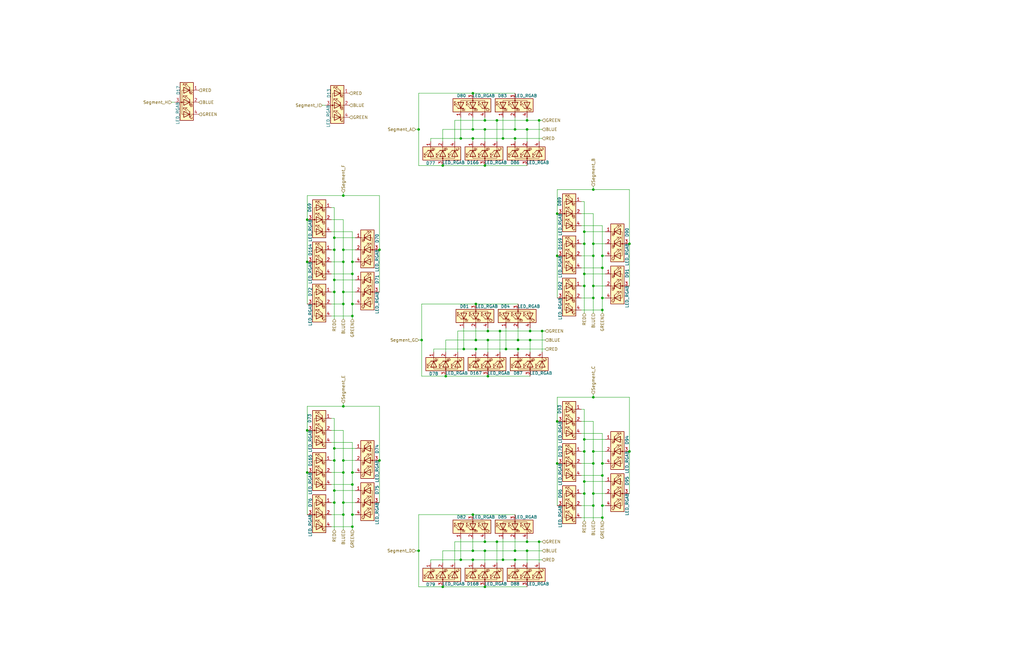
<source format=kicad_sch>
(kicad_sch (version 20250114) (generator "eeschema") (generator_version "9.0")
  (paper "B")
  (junction (at 209.55 50.8))
  (junction (at 217.17 58.42))
  (junction (at 186.69 69.85))
  (junction (at 218.44 143.51))
  (junction (at 199.39 217.17))
  (junction (at 129.54 110.49))
  (junction (at 254 218.44))
  (junction (at 140.97 123.19))
  (junction (at 148.59 115.57))
  (junction (at 140.97 212.09))
  (junction (at 227.33 228.6))
  (junction (at 223.52 143.51))
  (junction (at 246.38 190.5))
  (junction (at 200.66 143.51))
  (junction (at 148.59 204.47))
  (junction (at 195.58 147.32))
  (junction (at 187.96 158.75))
  (junction (at 144.78 123.19))
  (junction (at 176.53 54.61))
  (junction (at 254 113.03))
  (junction (at 186.69 247.65))
  (junction (at 205.74 139.7))
  (junction (at 213.36 147.32))
  (junction (at 234.95 107.95))
  (junction (at 250.19 125.73))
  (junction (at 246.38 185.42))
  (junction (at 140.97 118.11))
  (junction (at 148.59 217.17))
  (junction (at 212.09 58.42))
  (junction (at 140.97 105.41))
  (junction (at 209.55 228.6))
  (junction (at 160.02 194.31))
  (junction (at 199.39 54.61))
  (junction (at 200.66 147.32))
  (junction (at 217.17 232.41))
  (junction (at 200.66 128.27))
  (junction (at 217.17 236.22))
  (junction (at 250.19 167.64))
  (junction (at 194.31 58.42))
  (junction (at 265.43 190.5))
  (junction (at 250.19 107.95))
  (junction (at 144.78 212.09))
  (junction (at 140.97 100.33))
  (junction (at 204.47 69.85))
  (junction (at 222.25 232.41))
  (junction (at 254 130.81))
  (junction (at 246.38 120.65))
  (junction (at 199.39 232.41))
  (junction (at 204.47 228.6))
  (junction (at 250.19 208.28))
  (junction (at 129.54 181.61))
  (junction (at 212.09 236.22))
  (junction (at 265.43 102.87))
  (junction (at 140.97 189.23))
  (junction (at 176.53 232.41))
  (junction (at 218.44 147.32))
  (junction (at 148.59 133.35))
  (junction (at 246.38 102.87))
  (junction (at 144.78 105.41))
  (junction (at 199.39 236.22))
  (junction (at 246.38 115.57))
  (junction (at 222.25 54.61))
  (junction (at 246.38 97.79))
  (junction (at 140.97 207.01))
  (junction (at 246.38 203.2))
  (junction (at 148.59 128.27))
  (junction (at 199.39 39.37))
  (junction (at 234.95 90.17))
  (junction (at 227.33 50.8))
  (junction (at 250.19 213.36))
  (junction (at 250.19 80.01))
  (junction (at 246.38 208.28))
  (junction (at 250.19 120.65))
  (junction (at 223.52 139.7))
  (junction (at 254 125.73))
  (junction (at 210.82 139.7))
  (junction (at 129.54 199.39))
  (junction (at 144.78 194.31))
  (junction (at 254 213.36))
  (junction (at 234.95 177.8))
  (junction (at 144.78 217.17))
  (junction (at 254 200.66))
  (junction (at 234.95 195.58))
  (junction (at 222.25 50.8))
  (junction (at 204.47 232.41))
  (junction (at 199.39 58.42))
  (junction (at 144.78 199.39))
  (junction (at 144.78 171.45))
  (junction (at 204.47 247.65))
  (junction (at 148.59 199.39))
  (junction (at 205.74 158.75))
  (junction (at 254 195.58))
  (junction (at 204.47 50.8))
  (junction (at 250.19 190.5))
  (junction (at 148.59 110.49))
  (junction (at 205.74 143.51))
  (junction (at 144.78 128.27))
  (junction (at 254 107.95))
  (junction (at 228.6 139.7))
  (junction (at 217.17 54.61))
  (junction (at 250.19 102.87))
  (junction (at 160.02 105.41))
  (junction (at 140.97 194.31))
  (junction (at 204.47 54.61))
  (junction (at 194.31 236.22))
  (junction (at 250.19 195.58))
  (junction (at 144.78 82.55))
  (junction (at 222.25 228.6))
  (junction (at 129.54 92.71))
  (junction (at 177.8 143.51))
  (junction (at 148.59 222.25))
  (junction (at 144.78 110.49))
  (wire (pts (xy 255.27 125.73) (xy 254 125.73)))
  (wire (pts (xy 144.78 212.09) (xy 144.78 217.17)))
  (wire (pts (xy 200.66 148.59) (xy 200.66 147.32)))
  (wire (pts (xy 217.17 58.42) (xy 228.6 58.42)))
  (wire (pts (xy 246.38 203.2) (xy 246.38 208.28)))
  (wire (pts (xy 250.19 80.01) (xy 265.43 80.01)))
  (wire (pts (xy 234.95 167.64) (xy 250.19 167.64)))
  (wire (pts (xy 129.54 171.45) (xy 144.78 171.45)))
  (wire (pts (xy 177.8 158.75) (xy 177.8 143.51)))
  (wire (pts (xy 223.52 143.51) (xy 229.87 143.51)))
  (wire (pts (xy 212.09 236.22) (xy 217.17 236.22)))
  (wire (pts (xy 209.55 228.6) (xy 222.25 228.6)))
  (wire (pts (xy 144.78 181.61) (xy 144.78 194.31)))
  (wire (pts (xy 139.7 110.49) (xy 144.78 110.49)))
  (wire (pts (xy 205.74 148.59) (xy 205.74 143.51)))
  (wire (pts (xy 222.25 232.41) (xy 228.6 232.41)))
  (wire (pts (xy 245.11 107.95) (xy 250.19 107.95)))
  (wire (pts (xy 144.78 123.19) (xy 144.78 128.27)))
  (wire (pts (xy 186.69 59.69) (xy 186.69 54.61)))
  (wire (pts (xy 246.38 185.42) (xy 246.38 190.5)))
  (wire (pts (xy 187.96 143.51) (xy 200.66 143.51)))
  (wire (pts (xy 265.43 190.5) (xy 265.43 208.28)))
  (wire (pts (xy 199.39 217.17) (xy 217.17 217.17)))
  (wire (pts (xy 144.78 105.41) (xy 144.78 110.49)))
  (wire (pts (xy 245.11 208.28) (xy 246.38 208.28)))
  (wire (pts (xy 140.97 207.01) (xy 140.97 212.09)))
  (wire (pts (xy 212.09 58.42) (xy 217.17 58.42)))
  (wire (pts (xy 176.53 39.37) (xy 199.39 39.37)))
  (wire (pts (xy 254 130.81) (xy 254 132.08)))
  (wire (pts (xy 160.02 171.45) (xy 160.02 194.31)))
  (wire (pts (xy 250.19 78.74) (xy 250.19 80.01)))
  (wire (pts (xy 140.97 176.53) (xy 140.97 189.23)))
  (wire (pts (xy 149.86 217.17) (xy 148.59 217.17)))
  (wire (pts (xy 137.16 44.45) (xy 135.89 44.45)))
  (wire (pts (xy 204.47 69.85) (xy 222.25 69.85)))
  (wire (pts (xy 245.11 90.17) (xy 250.19 90.17)))
  (wire (pts (xy 250.19 167.64) (xy 265.43 167.64)))
  (wire (pts (xy 250.19 208.28) (xy 250.19 213.36)))
  (wire (pts (xy 245.11 213.36) (xy 250.19 213.36)))
  (wire (pts (xy 246.38 208.28) (xy 246.38 219.71)))
  (wire (pts (xy 140.97 118.11) (xy 149.86 118.11)))
  (wire (pts (xy 210.82 148.59) (xy 210.82 139.7)))
  (wire (pts (xy 200.66 143.51) (xy 200.66 138.43)))
  (wire (pts (xy 250.19 166.37) (xy 250.19 167.64)))
  (wire (pts (xy 250.19 125.73) (xy 250.19 132.08)))
  (wire (pts (xy 234.95 80.01) (xy 250.19 80.01)))
  (wire (pts (xy 176.53 143.51) (xy 177.8 143.51)))
  (wire (pts (xy 204.47 49.53) (xy 204.47 50.8)))
  (wire (pts (xy 246.38 115.57) (xy 255.27 115.57)))
  (wire (pts (xy 129.54 92.71) (xy 129.54 110.49)))
  (wire (pts (xy 144.78 92.71) (xy 144.78 105.41)))
  (wire (pts (xy 245.11 95.25) (xy 254 95.25)))
  (wire (pts (xy 129.54 82.55) (xy 129.54 92.71)))
  (wire (pts (xy 223.52 148.59) (xy 223.52 143.51)))
  (wire (pts (xy 144.78 212.09) (xy 149.86 212.09)))
  (wire (pts (xy 234.95 80.01) (xy 234.95 90.17)))
  (wire (pts (xy 245.11 182.88) (xy 254 182.88)))
  (wire (pts (xy 209.55 237.49) (xy 209.55 228.6)))
  (wire (pts (xy 181.61 237.49) (xy 181.61 236.22)))
  (wire (pts (xy 217.17 232.41) (xy 222.25 232.41)))
  (wire (pts (xy 205.74 138.43) (xy 205.74 139.7)))
  (wire (pts (xy 246.38 115.57) (xy 246.38 120.65)))
  (wire (pts (xy 148.59 133.35) (xy 148.59 134.62)))
  (wire (pts (xy 212.09 236.22) (xy 212.09 227.33)))
  (wire (pts (xy 228.6 148.59) (xy 228.6 139.7)))
  (wire (pts (xy 246.38 203.2) (xy 255.27 203.2)))
  (wire (pts (xy 254 107.95) (xy 254 113.03)))
  (wire (pts (xy 139.7 204.47) (xy 148.59 204.47)))
  (wire (pts (xy 222.25 59.69) (xy 222.25 54.61)))
  (wire (pts (xy 144.78 217.17) (xy 144.78 223.52)))
  (wire (pts (xy 254 95.25) (xy 254 107.95)))
  (wire (pts (xy 234.95 195.58) (xy 234.95 213.36)))
  (wire (pts (xy 144.78 105.41) (xy 149.86 105.41)))
  (wire (pts (xy 140.97 100.33) (xy 149.86 100.33)))
  (wire (pts (xy 199.39 237.49) (xy 199.39 236.22)))
  (wire (pts (xy 139.7 97.79) (xy 148.59 97.79)))
  (wire (pts (xy 176.53 247.65) (xy 186.69 247.65)))
  (wire (pts (xy 228.6 139.7) (xy 229.87 139.7)))
  (wire (pts (xy 182.88 147.32) (xy 195.58 147.32)))
  (wire (pts (xy 246.38 97.79) (xy 246.38 102.87)))
  (wire (pts (xy 144.78 170.18) (xy 144.78 171.45)))
  (wire (pts (xy 223.52 139.7) (xy 228.6 139.7)))
  (wire (pts (xy 255.27 213.36) (xy 254 213.36)))
  (wire (pts (xy 246.38 97.79) (xy 255.27 97.79)))
  (wire (pts (xy 204.47 232.41) (xy 217.17 232.41)))
  (wire (pts (xy 148.59 110.49) (xy 148.59 115.57)))
  (wire (pts (xy 148.59 115.57) (xy 148.59 128.27)))
  (wire (pts (xy 140.97 87.63) (xy 140.97 100.33)))
  (wire (pts (xy 217.17 59.69) (xy 217.17 58.42)))
  (wire (pts (xy 199.39 58.42) (xy 212.09 58.42)))
  (wire (pts (xy 222.25 54.61) (xy 228.6 54.61)))
  (wire (pts (xy 234.95 107.95) (xy 234.95 125.73)))
  (wire (pts (xy 204.47 59.69) (xy 204.47 54.61)))
  (wire (pts (xy 144.78 199.39) (xy 144.78 212.09)))
  (wire (pts (xy 140.97 123.19) (xy 140.97 134.62)))
  (wire (pts (xy 140.97 194.31) (xy 140.97 207.01)))
  (wire (pts (xy 205.74 139.7) (xy 210.82 139.7)))
  (wire (pts (xy 160.02 105.41) (xy 160.02 123.19)))
  (wire (pts (xy 234.95 90.17) (xy 234.95 107.95)))
  (wire (pts (xy 212.09 58.42) (xy 212.09 49.53)))
  (wire (pts (xy 250.19 107.95) (xy 250.19 120.65)))
  (wire (pts (xy 139.7 105.41) (xy 140.97 105.41)))
  (wire (pts (xy 148.59 97.79) (xy 148.59 110.49)))
  (wire (pts (xy 245.11 218.44) (xy 254 218.44)))
  (wire (pts (xy 254 125.73) (xy 254 130.81)))
  (wire (pts (xy 140.97 118.11) (xy 140.97 123.19)))
  (wire (pts (xy 144.78 82.55) (xy 160.02 82.55)))
  (wire (pts (xy 245.11 113.03) (xy 254 113.03)))
  (wire (pts (xy 204.47 228.6) (xy 209.55 228.6)))
  (wire (pts (xy 139.7 194.31) (xy 140.97 194.31)))
  (wire (pts (xy 245.11 130.81) (xy 254 130.81)))
  (wire (pts (xy 218.44 143.51) (xy 223.52 143.51)))
  (wire (pts (xy 139.7 115.57) (xy 148.59 115.57)))
  (wire (pts (xy 245.11 120.65) (xy 246.38 120.65)))
  (wire (pts (xy 250.19 102.87) (xy 250.19 107.95)))
  (wire (pts (xy 181.61 59.69) (xy 181.61 58.42)))
  (wire (pts (xy 191.77 228.6) (xy 204.47 228.6)))
  (wire (pts (xy 234.95 177.8) (xy 234.95 195.58)))
  (wire (pts (xy 144.78 194.31) (xy 149.86 194.31)))
  (wire (pts (xy 139.7 217.17) (xy 144.78 217.17)))
  (wire (pts (xy 175.26 232.41) (xy 176.53 232.41)))
  (wire (pts (xy 149.86 110.49) (xy 148.59 110.49)))
  (wire (pts (xy 139.7 222.25) (xy 148.59 222.25)))
  (wire (pts (xy 227.33 59.69) (xy 227.33 50.8)))
  (wire (pts (xy 176.53 54.61) (xy 176.53 39.37)))
  (wire (pts (xy 199.39 54.61) (xy 199.39 49.53)))
  (wire (pts (xy 246.38 190.5) (xy 246.38 203.2)))
  (wire (pts (xy 139.7 92.71) (xy 144.78 92.71)))
  (wire (pts (xy 246.38 102.87) (xy 246.38 115.57)))
  (wire (pts (xy 148.59 217.17) (xy 148.59 222.25)))
  (wire (pts (xy 195.58 147.32) (xy 200.66 147.32)))
  (wire (pts (xy 148.59 128.27) (xy 148.59 133.35)))
  (wire (pts (xy 73.66 43.18) (xy 72.39 43.18)))
  (wire (pts (xy 250.19 195.58) (xy 250.19 208.28)))
  (wire (pts (xy 176.53 247.65) (xy 176.53 232.41)))
  (wire (pts (xy 204.47 247.65) (xy 222.25 247.65)))
  (wire (pts (xy 191.77 59.69) (xy 191.77 50.8)))
  (wire (pts (xy 209.55 59.69) (xy 209.55 50.8)))
  (wire (pts (xy 129.54 171.45) (xy 129.54 181.61)))
  (wire (pts (xy 245.11 190.5) (xy 246.38 190.5)))
  (wire (pts (xy 160.02 194.31) (xy 160.02 212.09)))
  (wire (pts (xy 176.53 217.17) (xy 199.39 217.17)))
  (wire (pts (xy 218.44 148.59) (xy 218.44 147.32)))
  (wire (pts (xy 245.11 200.66) (xy 254 200.66)))
  (wire (pts (xy 199.39 232.41) (xy 204.47 232.41)))
  (wire (pts (xy 222.25 227.33) (xy 222.25 228.6)))
  (wire (pts (xy 194.31 58.42) (xy 194.31 49.53)))
  (wire (pts (xy 194.31 58.42) (xy 199.39 58.42)))
  (wire (pts (xy 222.25 49.53) (xy 222.25 50.8)))
  (wire (pts (xy 265.43 102.87) (xy 265.43 120.65)))
  (wire (pts (xy 160.02 82.55) (xy 160.02 105.41)))
  (wire (pts (xy 140.97 100.33) (xy 140.97 105.41)))
  (wire (pts (xy 246.38 172.72) (xy 246.38 185.42)))
  (wire (pts (xy 144.78 123.19) (xy 149.86 123.19)))
  (wire (pts (xy 205.74 143.51) (xy 218.44 143.51)))
  (wire (pts (xy 199.39 232.41) (xy 199.39 227.33)))
  (wire (pts (xy 217.17 54.61) (xy 217.17 49.53)))
  (wire (pts (xy 129.54 110.49) (xy 129.54 128.27)))
  (wire (pts (xy 175.26 54.61) (xy 176.53 54.61)))
  (wire (pts (xy 200.66 128.27) (xy 218.44 128.27)))
  (wire (pts (xy 204.47 54.61) (xy 217.17 54.61)))
  (wire (pts (xy 217.17 54.61) (xy 222.25 54.61)))
  (wire (pts (xy 176.53 69.85) (xy 186.69 69.85)))
  (wire (pts (xy 265.43 167.64) (xy 265.43 190.5)))
  (wire (pts (xy 255.27 107.95) (xy 254 107.95)))
  (wire (pts (xy 177.8 158.75) (xy 187.96 158.75)))
  (wire (pts (xy 227.33 50.8) (xy 228.6 50.8)))
  (wire (pts (xy 223.52 138.43) (xy 223.52 139.7)))
  (wire (pts (xy 191.77 50.8) (xy 204.47 50.8)))
  (wire (pts (xy 140.97 189.23) (xy 149.86 189.23)))
  (wire (pts (xy 181.61 58.42) (xy 194.31 58.42)))
  (wire (pts (xy 222.25 228.6) (xy 227.33 228.6)))
  (wire (pts (xy 186.69 69.85) (xy 204.47 69.85)))
  (wire (pts (xy 227.33 237.49) (xy 227.33 228.6)))
  (wire (pts (xy 186.69 237.49) (xy 186.69 232.41)))
  (wire (pts (xy 149.86 128.27) (xy 148.59 128.27)))
  (wire (pts (xy 222.25 50.8) (xy 227.33 50.8)))
  (wire (pts (xy 139.7 181.61) (xy 144.78 181.61)))
  (wire (pts (xy 193.04 139.7) (xy 205.74 139.7)))
  (wire (pts (xy 144.78 81.28) (xy 144.78 82.55)))
  (wire (pts (xy 149.86 199.39) (xy 148.59 199.39)))
  (wire (pts (xy 254 200.66) (xy 254 213.36)))
  (wire (pts (xy 199.39 54.61) (xy 204.47 54.61)))
  (wire (pts (xy 186.69 247.65) (xy 204.47 247.65)))
  (wire (pts (xy 205.74 158.75) (xy 223.52 158.75)))
  (wire (pts (xy 200.66 147.32) (xy 213.36 147.32)))
  (wire (pts (xy 250.19 208.28) (xy 255.27 208.28)))
  (wire (pts (xy 255.27 195.58) (xy 254 195.58)))
  (wire (pts (xy 254 195.58) (xy 254 200.66)))
  (wire (pts (xy 129.54 82.55) (xy 144.78 82.55)))
  (wire (pts (xy 204.47 237.49) (xy 204.47 232.41)))
  (wire (pts (xy 148.59 186.69) (xy 148.59 199.39)))
  (wire (pts (xy 186.69 232.41) (xy 199.39 232.41)))
  (wire (pts (xy 245.11 172.72) (xy 246.38 172.72)))
  (wire (pts (xy 177.8 143.51) (xy 177.8 128.27)))
  (wire (pts (xy 265.43 80.01) (xy 265.43 102.87)))
  (wire (pts (xy 217.17 232.41) (xy 217.17 227.33)))
  (wire (pts (xy 144.78 171.45) (xy 160.02 171.45)))
  (wire (pts (xy 129.54 199.39) (xy 129.54 217.17)))
  (wire (pts (xy 140.97 212.09) (xy 140.97 223.52)))
  (wire (pts (xy 218.44 147.32) (xy 229.87 147.32)))
  (wire (pts (xy 204.47 227.33) (xy 204.47 228.6)))
  (wire (pts (xy 245.11 102.87) (xy 246.38 102.87)))
  (wire (pts (xy 210.82 139.7) (xy 223.52 139.7)))
  (wire (pts (xy 139.7 87.63) (xy 140.97 87.63)))
  (wire (pts (xy 250.19 120.65) (xy 255.27 120.65)))
  (wire (pts (xy 144.78 128.27) (xy 144.78 134.62)))
  (wire (pts (xy 217.17 237.49) (xy 217.17 236.22)))
  (wire (pts (xy 254 113.03) (xy 254 125.73)))
  (wire (pts (xy 194.31 236.22) (xy 194.31 227.33)))
  (wire (pts (xy 245.11 125.73) (xy 250.19 125.73)))
  (wire (pts (xy 139.7 186.69) (xy 148.59 186.69)))
  (wire (pts (xy 176.53 69.85) (xy 176.53 54.61)))
  (wire (pts (xy 254 213.36) (xy 254 218.44)))
  (wire (pts (xy 139.7 176.53) (xy 140.97 176.53)))
  (wire (pts (xy 139.7 123.19) (xy 140.97 123.19)))
  (wire (pts (xy 139.7 212.09) (xy 140.97 212.09)))
  (wire (pts (xy 187.96 158.75) (xy 205.74 158.75)))
  (wire (pts (xy 129.54 181.61) (xy 129.54 199.39)))
  (wire (pts (xy 139.7 133.35) (xy 148.59 133.35)))
  (wire (pts (xy 194.31 236.22) (xy 199.39 236.22)))
  (wire (pts (xy 254 182.88) (xy 254 195.58)))
  (wire (pts (xy 254 218.44) (xy 254 219.71)))
  (wire (pts (xy 199.39 59.69) (xy 199.39 58.42)))
  (wire (pts (xy 140.97 105.41) (xy 140.97 118.11)))
  (wire (pts (xy 187.96 148.59) (xy 187.96 143.51)))
  (wire (pts (xy 148.59 199.39) (xy 148.59 204.47)))
  (wire (pts (xy 148.59 222.25) (xy 148.59 223.52)))
  (wire (pts (xy 177.8 128.27) (xy 200.66 128.27)))
  (wire (pts (xy 195.58 147.32) (xy 195.58 138.43)))
  (wire (pts (xy 200.66 143.51) (xy 205.74 143.51)))
  (wire (pts (xy 181.61 236.22) (xy 194.31 236.22)))
  (wire (pts (xy 140.97 189.23) (xy 140.97 194.31)))
  (wire (pts (xy 176.53 232.41) (xy 176.53 217.17)))
  (wire (pts (xy 245.11 195.58) (xy 250.19 195.58)))
  (wire (pts (xy 217.17 236.22) (xy 228.6 236.22)))
  (wire (pts (xy 222.25 237.49) (xy 222.25 232.41)))
  (wire (pts (xy 213.36 147.32) (xy 218.44 147.32)))
  (wire (pts (xy 246.38 185.42) (xy 255.27 185.42)))
  (wire (pts (xy 250.19 177.8) (xy 250.19 190.5)))
  (wire (pts (xy 209.55 50.8) (xy 222.25 50.8)))
  (wire (pts (xy 144.78 110.49) (xy 144.78 123.19)))
  (wire (pts (xy 139.7 199.39) (xy 144.78 199.39)))
  (wire (pts (xy 199.39 39.37) (xy 217.17 39.37)))
  (wire (pts (xy 246.38 120.65) (xy 246.38 132.08)))
  (wire (pts (xy 199.39 236.22) (xy 212.09 236.22)))
  (wire (pts (xy 250.19 190.5) (xy 250.19 195.58)))
  (wire (pts (xy 182.88 148.59) (xy 182.88 147.32)))
  (wire (pts (xy 227.33 228.6) (xy 228.6 228.6)))
  (wire (pts (xy 250.19 120.65) (xy 250.19 125.73)))
  (wire (pts (xy 245.11 177.8) (xy 250.19 177.8)))
  (wire (pts (xy 250.19 102.87) (xy 255.27 102.87)))
  (wire (pts (xy 250.19 213.36) (xy 250.19 219.71)))
  (wire (pts (xy 246.38 85.09) (xy 246.38 97.79)))
  (wire (pts (xy 204.47 50.8) (xy 209.55 50.8)))
  (wire (pts (xy 213.36 147.32) (xy 213.36 138.43)))
  (wire (pts (xy 234.95 167.64) (xy 234.95 177.8)))
  (wire (pts (xy 218.44 143.51) (xy 218.44 138.43)))
  (wire (pts (xy 250.19 190.5) (xy 255.27 190.5)))
  (wire (pts (xy 191.77 237.49) (xy 191.77 228.6)))
  (wire (pts (xy 140.97 207.01) (xy 149.86 207.01)))
  (wire (pts (xy 148.59 204.47) (xy 148.59 217.17)))
  (wire (pts (xy 186.69 54.61) (xy 199.39 54.61)))
  (wire (pts (xy 144.78 194.31) (xy 144.78 199.39)))
  (wire (pts (xy 139.7 128.27) (xy 144.78 128.27)))
  (wire (pts (xy 193.04 148.59) (xy 193.04 139.7)))
  (wire (pts (xy 245.11 85.09) (xy 246.38 85.09)))
  (wire (pts (xy 250.19 90.17) (xy 250.19 102.87)))
  (hierarchical_label "Segment_H" (shape input) (at 72.39 43.18 180))
  (hierarchical_label "GREEN" (shape input) (at 229.87 139.7 0))
  (hierarchical_label "Segment_A" (shape input) (at 175.26 54.61 180))
  (hierarchical_label "RED" (shape input) (at 229.87 147.32 0))
  (hierarchical_label "BLUE" (shape input) (at 147.32 44.45 0))
  (hierarchical_label "RED" (shape input) (at 228.6 58.42 0))
  (hierarchical_label "GREEN" (shape input) (at 254 219.71 270))
  (hierarchical_label "RED" (shape input) (at 246.38 132.08 270))
  (hierarchical_label "Segment_G" (shape input) (at 176.53 143.51 180))
  (hierarchical_label "Segment_B" (shape input) (at 250.19 78.74 90))
  (hierarchical_label "BLUE" (shape input) (at 250.19 219.71 270))
  (hierarchical_label "BLUE" (shape input) (at 250.19 132.08 270))
  (hierarchical_label "RED" (shape input) (at 246.38 219.71 270))
  (hierarchical_label "Segment_C" (shape input) (at 250.19 166.37 90))
  (hierarchical_label "Segment_F" (shape input) (at 144.78 81.28 90))
  (hierarchical_label "BLUE" (shape input) (at 229.87 143.51 0))
  (hierarchical_label "RED" (shape input) (at 228.6 236.22 0))
  (hierarchical_label "GREEN" (shape input) (at 83.82 48.26 0))
  (hierarchical_label "BLUE" (shape input) (at 144.78 134.62 270))
  (hierarchical_label "BLUE" (shape input) (at 228.6 232.41 0))
  (hierarchical_label "GREEN" (shape input) (at 148.59 134.62 270))
  (hierarchical_label "GREEN" (shape input) (at 228.6 228.6 0))
  (hierarchical_label "RED" (shape input) (at 140.97 134.62 270))
  (hierarchical_label "BLUE" (shape input) (at 144.78 223.52 270))
  (hierarchical_label "RED" (shape input) (at 83.82 38.1 0))
  (hierarchical_label "GREEN" (shape input) (at 147.32 49.53 0))
  (hierarchical_label "RED" (shape input) (at 140.97 223.52 270))
  (hierarchical_label "BLUE" (shape input) (at 228.6 54.61 0))
  (hierarchical_label "Segment_I" (shape input) (at 135.89 44.45 180))
  (hierarchical_label "GREEN" (shape input) (at 254 132.08 270))
  (hierarchical_label "Segment_E" (shape input) (at 144.78 170.18 90))
  (hierarchical_label "BLUE" (shape input) (at 83.82 43.18 0))
  (hierarchical_label "GREEN" (shape input) (at 228.6 50.8 0))
  (hierarchical_label "Segment_D" (shape input) (at 175.26 232.41 180))
  (hierarchical_label "RED" (shape input) (at 147.32 39.37 0))
  (hierarchical_label "GREEN" (shape input) (at 148.59 223.52 270))
  (symbol (lib_id "User_Symbols:LED_RGAB") (at 134.62 181.61 0) (mirror y) (unit 1)
    (property "Reference" "D73" (at 130.556 176.53 90))
    (property "Value" "LED_RGAB" (at 130.81 186.182 90))
    (property "Footprint" "User_Footprints:RGB_LED_NH-B2020RGBA-HF" (effects (hide yes)))
    (property "Datasheet" "https://datasheet.lcsc.com/lcsc/2108150330_Foshan-NationStar-Optoelectronics-NH-B2020RGBA-HF_C2874116.pdf" (effects (hide yes)))
    (property "Description" "RGB LED, red/green/anode/blue" (effects (hide yes)))
    (property "Website" "https://www.lcsc.com/product-detail/Light-Emitting-Diodes-LED_Foshan-NationStar-Optoelectronics-NH-B2020RGBA-HF_C2874116.html" (effects (hide yes)))
    (property "Vendor" "LCSC" (effects (hide yes)))
    (property "Price" ".0081" (effects (hide yes)))
    (property "Part Number" "NH-B2020RGBA-HF" (effects (hide yes)))
    (property "Package" "LED RGAB 2020" (effects (hide yes)))
    (property "Manufacturer" "Foshan NationStar Optoelectronics" (effects (hide yes)))
    (property "Notes" "SMD" (effects (hide yes)))
    (property "LCSC Part Number" "C2874116" (effects (hide yes)))
  )
  (symbol (lib_id "User_Symbols:LED_RGAB") (at 204.47 64.77 90) (mirror x) (unit 1)
    (property "Reference" "D166" (at 199.39 68.58 90))
    (property "Value" "LED_RGAB" (at 209.042 68.58 90))
    (property "Footprint" "User_Footprints:RGB_LED_NH-B2020RGBA-HF" (effects (hide yes)))
    (property "Datasheet" "https://datasheet.lcsc.com/lcsc/2108150330_Foshan-NationStar-Optoelectronics-NH-B2020RGBA-HF_C2874116.pdf" (effects (hide yes)))
    (property "Description" "RGB LED, red/green/anode/blue" (effects (hide yes)))
    (property "Website" "https://www.lcsc.com/product-detail/Light-Emitting-Diodes-LED_Foshan-NationStar-Optoelectronics-NH-B2020RGBA-HF_C2874116.html" (effects (hide yes)))
    (property "Vendor" "LCSC" (effects (hide yes)))
    (property "Price" ".0081" (effects (hide yes)))
    (property "Part Number" "NH-B2020RGBA-HF" (effects (hide yes)))
    (property "Package" "LED RGAB 2020" (effects (hide yes)))
    (property "Manufacturer" "Foshan NationStar Optoelectronics" (effects (hide yes)))
    (property "Notes" "SMD" (effects (hide yes)))
    (property "LCSC Part Number" "C2874116" (effects (hide yes)))
  )
  (symbol (lib_id "User_Symbols:LED_RGAB") (at 260.35 208.28 0) (unit 1)
    (property "Reference" "D95" (at 264.414 202.946 90))
    (property "Value" "LED_RGAB" (at 264.414 212.852 90))
    (property "Footprint" "User_Footprints:RGB_LED_NH-B2020RGBA-HF" (effects (hide yes)))
    (property "Datasheet" "https://datasheet.lcsc.com/lcsc/2108150330_Foshan-NationStar-Optoelectronics-NH-B2020RGBA-HF_C2874116.pdf" (effects (hide yes)))
    (property "Description" "RGB LED, red/green/anode/blue" (effects (hide yes)))
    (property "Website" "https://www.lcsc.com/product-detail/Light-Emitting-Diodes-LED_Foshan-NationStar-Optoelectronics-NH-B2020RGBA-HF_C2874116.html" (effects (hide yes)))
    (property "Vendor" "LCSC" (effects (hide yes)))
    (property "Price" ".0081" (effects (hide yes)))
    (property "Part Number" "NH-B2020RGBA-HF" (effects (hide yes)))
    (property "Package" "LED RGAB 2020" (effects (hide yes)))
    (property "Manufacturer" "Foshan NationStar Optoelectronics" (effects (hide yes)))
    (property "Notes" "SMD" (effects (hide yes)))
    (property "LCSC Part Number" "C2874116" (effects (hide yes)))
  )
  (symbol (lib_id "User_Symbols:LED_RGAB") (at 240.03 195.58 0) (mirror y) (unit 1)
    (property "Reference" "D170" (at 236.22 190.5 90))
    (property "Value" "LED_RGAB" (at 236.22 200.152 90))
    (property "Footprint" "User_Footprints:RGB_LED_NH-B2020RGBA-HF" (effects (hide yes)))
    (property "Datasheet" "https://datasheet.lcsc.com/lcsc/2108150330_Foshan-NationStar-Optoelectronics-NH-B2020RGBA-HF_C2874116.pdf" (effects (hide yes)))
    (property "Description" "RGB LED, red/green/anode/blue" (effects (hide yes)))
    (property "Website" "https://www.lcsc.com/product-detail/Light-Emitting-Diodes-LED_Foshan-NationStar-Optoelectronics-NH-B2020RGBA-HF_C2874116.html" (effects (hide yes)))
    (property "Vendor" "LCSC" (effects (hide yes)))
    (property "Price" ".0081" (effects (hide yes)))
    (property "Part Number" "NH-B2020RGBA-HF" (effects (hide yes)))
    (property "Package" "LED RGAB 2020" (effects (hide yes)))
    (property "Manufacturer" "Foshan NationStar Optoelectronics" (effects (hide yes)))
    (property "Notes" "SMD" (effects (hide yes)))
    (property "LCSC Part Number" "C2874116" (effects (hide yes)))
  )
  (symbol (lib_id "User_Symbols:LED_RGAB") (at 154.94 105.41 0) (unit 1)
    (property "Reference" "D70" (at 159.004 100.584 90))
    (property "Value" "LED_RGAB" (at 159.004 109.982 90))
    (property "Footprint" "User_Footprints:RGB_LED_NH-B2020RGBA-HF" (effects (hide yes)))
    (property "Datasheet" "https://datasheet.lcsc.com/lcsc/2108150330_Foshan-NationStar-Optoelectronics-NH-B2020RGBA-HF_C2874116.pdf" (effects (hide yes)))
    (property "Description" "RGB LED, red/green/anode/blue" (effects (hide yes)))
    (property "Website" "https://www.lcsc.com/product-detail/Light-Emitting-Diodes-LED_Foshan-NationStar-Optoelectronics-NH-B2020RGBA-HF_C2874116.html" (effects (hide yes)))
    (property "Vendor" "LCSC" (effects (hide yes)))
    (property "Price" ".0081" (effects (hide yes)))
    (property "Part Number" "NH-B2020RGBA-HF" (effects (hide yes)))
    (property "Package" "LED RGAB 2020" (effects (hide yes)))
    (property "Manufacturer" "Foshan NationStar Optoelectronics" (effects (hide yes)))
    (property "Notes" "SMD" (effects (hide yes)))
    (property "LCSC Part Number" "C2874116" (effects (hide yes)))
  )
  (symbol (lib_id "User_Symbols:LED_RGAB") (at 186.69 242.57 90) (mirror x) (unit 1)
    (property "Reference" "D79" (at 181.61 246.634 90))
    (property "Value" "LED_RGAB" (at 191.262 246.38 90))
    (property "Footprint" "User_Footprints:RGB_LED_NH-B2020RGBA-HF" (effects (hide yes)))
    (property "Datasheet" "https://datasheet.lcsc.com/lcsc/2108150330_Foshan-NationStar-Optoelectronics-NH-B2020RGBA-HF_C2874116.pdf" (effects (hide yes)))
    (property "Description" "RGB LED, red/green/anode/blue" (effects (hide yes)))
    (property "Website" "https://www.lcsc.com/product-detail/Light-Emitting-Diodes-LED_Foshan-NationStar-Optoelectronics-NH-B2020RGBA-HF_C2874116.html" (effects (hide yes)))
    (property "Vendor" "LCSC" (effects (hide yes)))
    (property "Price" ".0081" (effects (hide yes)))
    (property "Part Number" "NH-B2020RGBA-HF" (effects (hide yes)))
    (property "Package" "LED RGAB 2020" (effects (hide yes)))
    (property "Manufacturer" "Foshan NationStar Optoelectronics" (effects (hide yes)))
    (property "Notes" "SMD" (effects (hide yes)))
    (property "LCSC Part Number" "C2874116" (effects (hide yes)))
  )
  (symbol (lib_id "User_Symbols:LED_RGAB") (at 205.74 153.67 90) (mirror x) (unit 1)
    (property "Reference" "D167" (at 200.66 157.48 90))
    (property "Value" "LED_RGAB" (at 210.312 157.48 90))
    (property "Footprint" "User_Footprints:RGB_LED_NH-B2020RGBA-HF" (effects (hide yes)))
    (property "Datasheet" "https://datasheet.lcsc.com/lcsc/2108150330_Foshan-NationStar-Optoelectronics-NH-B2020RGBA-HF_C2874116.pdf" (effects (hide yes)))
    (property "Description" "RGB LED, red/green/anode/blue" (effects (hide yes)))
    (property "Website" "https://www.lcsc.com/product-detail/Light-Emitting-Diodes-LED_Foshan-NationStar-Optoelectronics-NH-B2020RGBA-HF_C2874116.html" (effects (hide yes)))
    (property "Vendor" "LCSC" (effects (hide yes)))
    (property "Price" ".0081" (effects (hide yes)))
    (property "Part Number" "NH-B2020RGBA-HF" (effects (hide yes)))
    (property "Package" "LED RGAB 2020" (effects (hide yes)))
    (property "Manufacturer" "Foshan NationStar Optoelectronics" (effects (hide yes)))
    (property "Notes" "SMD" (effects (hide yes)))
    (property "LCSC Part Number" "C2874116" (effects (hide yes)))
  )
  (symbol (lib_id "User_Symbols:LED_RGAB") (at 154.94 212.09 0) (unit 1)
    (property "Reference" "D75" (at 159.004 206.756 90))
    (property "Value" "LED_RGAB" (at 159.004 216.662 90))
    (property "Footprint" "User_Footprints:RGB_LED_NH-B2020RGBA-HF" (effects (hide yes)))
    (property "Datasheet" "https://datasheet.lcsc.com/lcsc/2108150330_Foshan-NationStar-Optoelectronics-NH-B2020RGBA-HF_C2874116.pdf" (effects (hide yes)))
    (property "Description" "RGB LED, red/green/anode/blue" (effects (hide yes)))
    (property "Website" "https://www.lcsc.com/product-detail/Light-Emitting-Diodes-LED_Foshan-NationStar-Optoelectronics-NH-B2020RGBA-HF_C2874116.html" (effects (hide yes)))
    (property "Vendor" "LCSC" (effects (hide yes)))
    (property "Price" ".0081" (effects (hide yes)))
    (property "Part Number" "NH-B2020RGBA-HF" (effects (hide yes)))
    (property "Package" "LED RGAB 2020" (effects (hide yes)))
    (property "Manufacturer" "Foshan NationStar Optoelectronics" (effects (hide yes)))
    (property "Notes" "SMD" (effects (hide yes)))
    (property "LCSC Part Number" "C2874116" (effects (hide yes)))
  )
  (symbol (lib_id "User_Symbols:LED_RGAB") (at 222.25 242.57 90) (mirror x) (unit 1)
    (property "Reference" "D88" (at 217.17 246.38 90))
    (property "Value" "LED_RGAB" (at 226.822 246.38 90))
    (property "Footprint" "User_Footprints:RGB_LED_NH-B2020RGBA-HF" (effects (hide yes)))
    (property "Datasheet" "https://datasheet.lcsc.com/lcsc/2108150330_Foshan-NationStar-Optoelectronics-NH-B2020RGBA-HF_C2874116.pdf" (effects (hide yes)))
    (property "Description" "RGB LED, red/green/anode/blue" (effects (hide yes)))
    (property "Website" "https://www.lcsc.com/product-detail/Light-Emitting-Diodes-LED_Foshan-NationStar-Optoelectronics-NH-B2020RGBA-HF_C2874116.html" (effects (hide yes)))
    (property "Vendor" "LCSC" (effects (hide yes)))
    (property "Price" ".0081" (effects (hide yes)))
    (property "Part Number" "NH-B2020RGBA-HF" (effects (hide yes)))
    (property "Package" "LED RGAB 2020" (effects (hide yes)))
    (property "Manufacturer" "Foshan NationStar Optoelectronics" (effects (hide yes)))
    (property "Notes" "SMD" (effects (hide yes)))
    (property "LCSC Part Number" "C2874116" (effects (hide yes)))
  )
  (symbol (lib_id "User_Symbols:LED_RGAB") (at 240.03 90.17 0) (mirror y) (unit 1)
    (property "Reference" "D89" (at 235.966 85.09 90))
    (property "Value" "LED_RGAB" (at 236.22 94.742 90))
    (property "Footprint" "User_Footprints:RGB_LED_NH-B2020RGBA-HF" (effects (hide yes)))
    (property "Datasheet" "https://datasheet.lcsc.com/lcsc/2108150330_Foshan-NationStar-Optoelectronics-NH-B2020RGBA-HF_C2874116.pdf" (effects (hide yes)))
    (property "Description" "RGB LED, red/green/anode/blue" (effects (hide yes)))
    (property "Website" "https://www.lcsc.com/product-detail/Light-Emitting-Diodes-LED_Foshan-NationStar-Optoelectronics-NH-B2020RGBA-HF_C2874116.html" (effects (hide yes)))
    (property "Vendor" "LCSC" (effects (hide yes)))
    (property "Price" ".0081" (effects (hide yes)))
    (property "Part Number" "NH-B2020RGBA-HF" (effects (hide yes)))
    (property "Package" "LED RGAB 2020" (effects (hide yes)))
    (property "Manufacturer" "Foshan NationStar Optoelectronics" (effects (hide yes)))
    (property "Notes" "SMD" (effects (hide yes)))
    (property "LCSC Part Number" "C2874116" (effects (hide yes)))
  )
  (symbol (lib_id "User_Symbols:LED_RGAB") (at 240.03 125.73 0) (mirror y) (unit 1)
    (property "Reference" "D92" (at 236.22 120.65 90))
    (property "Value" "LED_RGAB" (at 236.22 130.302 90))
    (property "Footprint" "User_Footprints:RGB_LED_NH-B2020RGBA-HF" (effects (hide yes)))
    (property "Datasheet" "https://datasheet.lcsc.com/lcsc/2108150330_Foshan-NationStar-Optoelectronics-NH-B2020RGBA-HF_C2874116.pdf" (effects (hide yes)))
    (property "Description" "RGB LED, red/green/anode/blue" (effects (hide yes)))
    (property "Website" "https://www.lcsc.com/product-detail/Light-Emitting-Diodes-LED_Foshan-NationStar-Optoelectronics-NH-B2020RGBA-HF_C2874116.html" (effects (hide yes)))
    (property "Vendor" "LCSC" (effects (hide yes)))
    (property "Price" ".0081" (effects (hide yes)))
    (property "Part Number" "NH-B2020RGBA-HF" (effects (hide yes)))
    (property "Package" "LED RGAB 2020" (effects (hide yes)))
    (property "Manufacturer" "Foshan NationStar Optoelectronics" (effects (hide yes)))
    (property "Notes" "SMD" (effects (hide yes)))
    (property "LCSC Part Number" "C2874116" (effects (hide yes)))
  )
  (symbol (lib_id "User_Symbols:LED_RGAB") (at 186.69 64.77 90) (mirror x) (unit 1)
    (property "Reference" "D77" (at 181.61 68.834 90))
    (property "Value" "LED_RGAB" (at 191.262 68.58 90))
    (property "Footprint" "User_Footprints:RGB_LED_NH-B2020RGBA-HF" (effects (hide yes)))
    (property "Datasheet" "https://datasheet.lcsc.com/lcsc/2108150330_Foshan-NationStar-Optoelectronics-NH-B2020RGBA-HF_C2874116.pdf" (effects (hide yes)))
    (property "Description" "RGB LED, red/green/anode/blue" (effects (hide yes)))
    (property "Website" "https://www.lcsc.com/product-detail/Light-Emitting-Diodes-LED_Foshan-NationStar-Optoelectronics-NH-B2020RGBA-HF_C2874116.html" (effects (hide yes)))
    (property "Vendor" "LCSC" (effects (hide yes)))
    (property "Price" ".0081" (effects (hide yes)))
    (property "Part Number" "NH-B2020RGBA-HF" (effects (hide yes)))
    (property "Package" "LED RGAB 2020" (effects (hide yes)))
    (property "Manufacturer" "Foshan NationStar Optoelectronics" (effects (hide yes)))
    (property "Notes" "SMD" (effects (hide yes)))
    (property "LCSC Part Number" "C2874116" (effects (hide yes)))
  )
  (symbol (lib_id "User_Symbols:LED_RGAB") (at 199.39 222.25 90) (unit 1)
    (property "Reference" "D82" (at 194.564 218.186 90))
    (property "Value" "LED_RGAB" (at 203.962 218.186 90))
    (property "Footprint" "User_Footprints:RGB_LED_NH-B2020RGBA-HF" (effects (hide yes)))
    (property "Datasheet" "https://datasheet.lcsc.com/lcsc/2108150330_Foshan-NationStar-Optoelectronics-NH-B2020RGBA-HF_C2874116.pdf" (effects (hide yes)))
    (property "Description" "RGB LED, red/green/anode/blue" (effects (hide yes)))
    (property "Website" "https://www.lcsc.com/product-detail/Light-Emitting-Diodes-LED_Foshan-NationStar-Optoelectronics-NH-B2020RGBA-HF_C2874116.html" (effects (hide yes)))
    (property "Vendor" "LCSC" (effects (hide yes)))
    (property "Price" ".0081" (effects (hide yes)))
    (property "Part Number" "NH-B2020RGBA-HF" (effects (hide yes)))
    (property "Package" "LED RGAB 2020" (effects (hide yes)))
    (property "Manufacturer" "Foshan NationStar Optoelectronics" (effects (hide yes)))
    (property "Notes" "SMD" (effects (hide yes)))
    (property "LCSC Part Number" "C2874116" (effects (hide yes)))
  )
  (symbol (lib_id "User_Symbols:LED_RGAB") (at 199.39 44.45 90) (unit 1)
    (property "Reference" "D80" (at 194.564 40.386 90))
    (property "Value" "LED_RGAB" (at 203.962 40.386 90))
    (property "Footprint" "User_Footprints:RGB_LED_NH-B2020RGBA-HF" (effects (hide yes)))
    (property "Datasheet" "https://datasheet.lcsc.com/lcsc/2108150330_Foshan-NationStar-Optoelectronics-NH-B2020RGBA-HF_C2874116.pdf" (effects (hide yes)))
    (property "Description" "RGB LED, red/green/anode/blue" (effects (hide yes)))
    (property "Website" "https://www.lcsc.com/product-detail/Light-Emitting-Diodes-LED_Foshan-NationStar-Optoelectronics-NH-B2020RGBA-HF_C2874116.html" (effects (hide yes)))
    (property "Vendor" "LCSC" (effects (hide yes)))
    (property "Price" ".0081" (effects (hide yes)))
    (property "Part Number" "NH-B2020RGBA-HF" (effects (hide yes)))
    (property "Package" "LED RGAB 2020" (effects (hide yes)))
    (property "Manufacturer" "Foshan NationStar Optoelectronics" (effects (hide yes)))
    (property "Notes" "SMD" (effects (hide yes)))
    (property "LCSC Part Number" "C2874116" (effects (hide yes)))
  )
  (symbol (lib_id "User_Symbols:LED_RGAB") (at 134.62 92.71 0) (mirror y) (unit 1)
    (property "Reference" "D69" (at 130.556 87.63 90))
    (property "Value" "LED_RGAB" (at 130.81 97.282 90))
    (property "Footprint" "User_Footprints:RGB_LED_NH-B2020RGBA-HF" (effects (hide yes)))
    (property "Datasheet" "https://datasheet.lcsc.com/lcsc/2108150330_Foshan-NationStar-Optoelectronics-NH-B2020RGBA-HF_C2874116.pdf" (effects (hide yes)))
    (property "Description" "RGB LED, red/green/anode/blue" (effects (hide yes)))
    (property "Website" "https://www.lcsc.com/product-detail/Light-Emitting-Diodes-LED_Foshan-NationStar-Optoelectronics-NH-B2020RGBA-HF_C2874116.html" (effects (hide yes)))
    (property "Vendor" "LCSC" (effects (hide yes)))
    (property "Price" ".0081" (effects (hide yes)))
    (property "Part Number" "NH-B2020RGBA-HF" (effects (hide yes)))
    (property "Package" "LED RGAB 2020" (effects (hide yes)))
    (property "Manufacturer" "Foshan NationStar Optoelectronics" (effects (hide yes)))
    (property "Notes" "SMD" (effects (hide yes)))
    (property "LCSC Part Number" "C2874116" (effects (hide yes)))
  )
  (symbol (lib_id "User_Symbols:LED_RGAB") (at 260.35 120.65 0) (unit 1)
    (property "Reference" "D91" (at 264.414 115.316 90))
    (property "Value" "LED_RGAB" (at 264.414 125.222 90))
    (property "Footprint" "User_Footprints:RGB_LED_NH-B2020RGBA-HF" (effects (hide yes)))
    (property "Datasheet" "https://datasheet.lcsc.com/lcsc/2108150330_Foshan-NationStar-Optoelectronics-NH-B2020RGBA-HF_C2874116.pdf" (effects (hide yes)))
    (property "Description" "RGB LED, red/green/anode/blue" (effects (hide yes)))
    (property "Website" "https://www.lcsc.com/product-detail/Light-Emitting-Diodes-LED_Foshan-NationStar-Optoelectronics-NH-B2020RGBA-HF_C2874116.html" (effects (hide yes)))
    (property "Vendor" "LCSC" (effects (hide yes)))
    (property "Price" ".0081" (effects (hide yes)))
    (property "Part Number" "NH-B2020RGBA-HF" (effects (hide yes)))
    (property "Package" "LED RGAB 2020" (effects (hide yes)))
    (property "Manufacturer" "Foshan NationStar Optoelectronics" (effects (hide yes)))
    (property "Notes" "SMD" (effects (hide yes)))
    (property "LCSC Part Number" "C2874116" (effects (hide yes)))
  )
  (symbol (lib_id "User_Symbols:LED_RGAB") (at 78.74 43.18 0) (mirror y) (unit 1)
    (property "Reference" "D17" (at 75.184 38.1 90))
    (property "Value" "LED_RGAB" (at 74.93 47.752 90))
    (property "Footprint" "User_Footprints:RGB_LED_NH-B2020RGBA-HF" (effects (hide yes)))
    (property "Datasheet" "https://datasheet.lcsc.com/lcsc/2108150330_Foshan-NationStar-Optoelectronics-NH-B2020RGBA-HF_C2874116.pdf" (effects (hide yes)))
    (property "Description" "RGB LED, red/green/anode/blue" (effects (hide yes)))
    (property "Website" "https://www.lcsc.com/product-detail/Light-Emitting-Diodes-LED_Foshan-NationStar-Optoelectronics-NH-B2020RGBA-HF_C2874116.html" (effects (hide yes)))
    (property "Vendor" "LCSC" (effects (hide yes)))
    (property "Price" ".0081" (effects (hide yes)))
    (property "Part Number" "NH-B2020RGBA-HF" (effects (hide yes)))
    (property "Package" "LED RGAB 2020" (effects (hide yes)))
    (property "Manufacturer" "Foshan NationStar Optoelectronics" (effects (hide yes)))
    (property "Notes" "SMD" (effects (hide yes)))
    (property "LCSC Part Number" "C2874116" (effects (hide yes)))
  )
  (symbol (lib_id "User_Symbols:LED_RGAB") (at 154.94 194.31 0) (unit 1)
    (property "Reference" "D74" (at 159.004 189.484 90))
    (property "Value" "LED_RGAB" (at 159.004 198.882 90))
    (property "Footprint" "User_Footprints:RGB_LED_NH-B2020RGBA-HF" (effects (hide yes)))
    (property "Datasheet" "https://datasheet.lcsc.com/lcsc/2108150330_Foshan-NationStar-Optoelectronics-NH-B2020RGBA-HF_C2874116.pdf" (effects (hide yes)))
    (property "Description" "RGB LED, red/green/anode/blue" (effects (hide yes)))
    (property "Website" "https://www.lcsc.com/product-detail/Light-Emitting-Diodes-LED_Foshan-NationStar-Optoelectronics-NH-B2020RGBA-HF_C2874116.html" (effects (hide yes)))
    (property "Vendor" "LCSC" (effects (hide yes)))
    (property "Price" ".0081" (effects (hide yes)))
    (property "Part Number" "NH-B2020RGBA-HF" (effects (hide yes)))
    (property "Package" "LED RGAB 2020" (effects (hide yes)))
    (property "Manufacturer" "Foshan NationStar Optoelectronics" (effects (hide yes)))
    (property "Notes" "SMD" (effects (hide yes)))
    (property "LCSC Part Number" "C2874116" (effects (hide yes)))
  )
  (symbol (lib_id "User_Symbols:LED_RGAB") (at 187.96 153.67 90) (mirror x) (unit 1)
    (property "Reference" "D78" (at 182.88 157.734 90))
    (property "Value" "LED_RGAB" (at 192.532 157.48 90))
    (property "Footprint" "User_Footprints:RGB_LED_NH-B2020RGBA-HF" (effects (hide yes)))
    (property "Datasheet" "https://datasheet.lcsc.com/lcsc/2108150330_Foshan-NationStar-Optoelectronics-NH-B2020RGBA-HF_C2874116.pdf" (effects (hide yes)))
    (property "Description" "RGB LED, red/green/anode/blue" (effects (hide yes)))
    (property "Website" "https://www.lcsc.com/product-detail/Light-Emitting-Diodes-LED_Foshan-NationStar-Optoelectronics-NH-B2020RGBA-HF_C2874116.html" (effects (hide yes)))
    (property "Vendor" "LCSC" (effects (hide yes)))
    (property "Price" ".0081" (effects (hide yes)))
    (property "Part Number" "NH-B2020RGBA-HF" (effects (hide yes)))
    (property "Package" "LED RGAB 2020" (effects (hide yes)))
    (property "Manufacturer" "Foshan NationStar Optoelectronics" (effects (hide yes)))
    (property "Notes" "SMD" (effects (hide yes)))
    (property "LCSC Part Number" "C2874116" (effects (hide yes)))
  )
  (symbol (lib_id "User_Symbols:LED_RGAB") (at 222.25 64.77 90) (mirror x) (unit 1)
    (property "Reference" "D86" (at 217.17 68.58 90))
    (property "Value" "LED_RGAB" (at 226.822 68.58 90))
    (property "Footprint" "User_Footprints:RGB_LED_NH-B2020RGBA-HF" (effects (hide yes)))
    (property "Datasheet" "https://datasheet.lcsc.com/lcsc/2108150330_Foshan-NationStar-Optoelectronics-NH-B2020RGBA-HF_C2874116.pdf" (effects (hide yes)))
    (property "Description" "RGB LED, red/green/anode/blue" (effects (hide yes)))
    (property "Website" "https://www.lcsc.com/product-detail/Light-Emitting-Diodes-LED_Foshan-NationStar-Optoelectronics-NH-B2020RGBA-HF_C2874116.html" (effects (hide yes)))
    (property "Vendor" "LCSC" (effects (hide yes)))
    (property "Price" ".0081" (effects (hide yes)))
    (property "Part Number" "NH-B2020RGBA-HF" (effects (hide yes)))
    (property "Package" "LED RGAB 2020" (effects (hide yes)))
    (property "Manufacturer" "Foshan NationStar Optoelectronics" (effects (hide yes)))
    (property "Notes" "SMD" (effects (hide yes)))
    (property "LCSC Part Number" "C2874116" (effects (hide yes)))
  )
  (symbol (lib_id "User_Symbols:LED_RGAB") (at 200.66 133.35 90) (unit 1)
    (property "Reference" "D81" (at 195.834 129.286 90))
    (property "Value" "LED_RGAB" (at 205.232 129.286 90))
    (property "Footprint" "User_Footprints:RGB_LED_NH-B2020RGBA-HF" (effects (hide yes)))
    (property "Datasheet" "https://datasheet.lcsc.com/lcsc/2108150330_Foshan-NationStar-Optoelectronics-NH-B2020RGBA-HF_C2874116.pdf" (effects (hide yes)))
    (property "Description" "RGB LED, red/green/anode/blue" (effects (hide yes)))
    (property "Website" "https://www.lcsc.com/product-detail/Light-Emitting-Diodes-LED_Foshan-NationStar-Optoelectronics-NH-B2020RGBA-HF_C2874116.html" (effects (hide yes)))
    (property "Vendor" "LCSC" (effects (hide yes)))
    (property "Price" ".0081" (effects (hide yes)))
    (property "Part Number" "NH-B2020RGBA-HF" (effects (hide yes)))
    (property "Package" "LED RGAB 2020" (effects (hide yes)))
    (property "Manufacturer" "Foshan NationStar Optoelectronics" (effects (hide yes)))
    (property "Notes" "SMD" (effects (hide yes)))
    (property "LCSC Part Number" "C2874116" (effects (hide yes)))
  )
  (symbol (lib_id "User_Symbols:LED_RGAB") (at 204.47 242.57 90) (mirror x) (unit 1)
    (property "Reference" "D168" (at 199.39 246.38 90))
    (property "Value" "LED_RGAB" (at 209.042 246.38 90))
    (property "Footprint" "User_Footprints:RGB_LED_NH-B2020RGBA-HF" (effects (hide yes)))
    (property "Datasheet" "https://datasheet.lcsc.com/lcsc/2108150330_Foshan-NationStar-Optoelectronics-NH-B2020RGBA-HF_C2874116.pdf" (effects (hide yes)))
    (property "Description" "RGB LED, red/green/anode/blue" (effects (hide yes)))
    (property "Website" "https://www.lcsc.com/product-detail/Light-Emitting-Diodes-LED_Foshan-NationStar-Optoelectronics-NH-B2020RGBA-HF_C2874116.html" (effects (hide yes)))
    (property "Vendor" "LCSC" (effects (hide yes)))
    (property "Price" ".0081" (effects (hide yes)))
    (property "Part Number" "NH-B2020RGBA-HF" (effects (hide yes)))
    (property "Package" "LED RGAB 2020" (effects (hide yes)))
    (property "Manufacturer" "Foshan NationStar Optoelectronics" (effects (hide yes)))
    (property "Notes" "SMD" (effects (hide yes)))
    (property "LCSC Part Number" "C2874116" (effects (hide yes)))
  )
  (symbol (lib_id "User_Symbols:LED_RGAB") (at 134.62 217.17 0) (mirror y) (unit 1)
    (property "Reference" "D76" (at 130.81 212.09 90))
    (property "Value" "LED_RGAB" (at 130.81 221.742 90))
    (property "Footprint" "User_Footprints:RGB_LED_NH-B2020RGBA-HF" (effects (hide yes)))
    (property "Datasheet" "https://datasheet.lcsc.com/lcsc/2108150330_Foshan-NationStar-Optoelectronics-NH-B2020RGBA-HF_C2874116.pdf" (effects (hide yes)))
    (property "Description" "RGB LED, red/green/anode/blue" (effects (hide yes)))
    (property "Website" "https://www.lcsc.com/product-detail/Light-Emitting-Diodes-LED_Foshan-NationStar-Optoelectronics-NH-B2020RGBA-HF_C2874116.html" (effects (hide yes)))
    (property "Vendor" "LCSC" (effects (hide yes)))
    (property "Price" ".0081" (effects (hide yes)))
    (property "Part Number" "NH-B2020RGBA-HF" (effects (hide yes)))
    (property "Package" "LED RGAB 2020" (effects (hide yes)))
    (property "Manufacturer" "Foshan NationStar Optoelectronics" (effects (hide yes)))
    (property "Notes" "SMD" (effects (hide yes)))
    (property "LCSC Part Number" "C2874116" (effects (hide yes)))
  )
  (symbol (lib_id "User_Symbols:LED_RGAB") (at 217.17 222.25 90) (unit 1)
    (property "Reference" "D85" (at 211.836 218.186 90))
    (property "Value" "LED_RGAB" (at 221.742 218.186 90))
    (property "Footprint" "User_Footprints:RGB_LED_NH-B2020RGBA-HF" (effects (hide yes)))
    (property "Datasheet" "https://datasheet.lcsc.com/lcsc/2108150330_Foshan-NationStar-Optoelectronics-NH-B2020RGBA-HF_C2874116.pdf" (effects (hide yes)))
    (property "Description" "RGB LED, red/green/anode/blue" (effects (hide yes)))
    (property "Website" "https://www.lcsc.com/product-detail/Light-Emitting-Diodes-LED_Foshan-NationStar-Optoelectronics-NH-B2020RGBA-HF_C2874116.html" (effects (hide yes)))
    (property "Vendor" "LCSC" (effects (hide yes)))
    (property "Price" ".0081" (effects (hide yes)))
    (property "Part Number" "NH-B2020RGBA-HF" (effects (hide yes)))
    (property "Package" "LED RGAB 2020" (effects (hide yes)))
    (property "Manufacturer" "Foshan NationStar Optoelectronics" (effects (hide yes)))
    (property "Notes" "SMD" (effects (hide yes)))
    (property "LCSC Part Number" "C2874116" (effects (hide yes)))
  )
  (symbol (lib_id "User_Symbols:LED_RGAB") (at 134.62 128.27 0) (mirror y) (unit 1)
    (property "Reference" "D72" (at 130.81 123.19 90))
    (property "Value" "LED_RGAB" (at 130.81 132.842 90))
    (property "Footprint" "User_Footprints:RGB_LED_NH-B2020RGBA-HF" (effects (hide yes)))
    (property "Datasheet" "https://datasheet.lcsc.com/lcsc/2108150330_Foshan-NationStar-Optoelectronics-NH-B2020RGBA-HF_C2874116.pdf" (effects (hide yes)))
    (property "Description" "RGB LED, red/green/anode/blue" (effects (hide yes)))
    (property "Website" "https://www.lcsc.com/product-detail/Light-Emitting-Diodes-LED_Foshan-NationStar-Optoelectronics-NH-B2020RGBA-HF_C2874116.html" (effects (hide yes)))
    (property "Vendor" "LCSC" (effects (hide yes)))
    (property "Price" ".0081" (effects (hide yes)))
    (property "Part Number" "NH-B2020RGBA-HF" (effects (hide yes)))
    (property "Package" "LED RGAB 2020" (effects (hide yes)))
    (property "Manufacturer" "Foshan NationStar Optoelectronics" (effects (hide yes)))
    (property "Notes" "SMD" (effects (hide yes)))
    (property "LCSC Part Number" "C2874116" (effects (hide yes)))
  )
  (symbol (lib_id "User_Symbols:LED_RGAB") (at 218.44 133.35 90) (unit 1)
    (property "Reference" "D84" (at 213.106 129.286 90))
    (property "Value" "LED_RGAB" (at 223.012 129.286 90))
    (property "Footprint" "User_Footprints:RGB_LED_NH-B2020RGBA-HF" (effects (hide yes)))
    (property "Datasheet" "https://datasheet.lcsc.com/lcsc/2108150330_Foshan-NationStar-Optoelectronics-NH-B2020RGBA-HF_C2874116.pdf" (effects (hide yes)))
    (property "Description" "RGB LED, red/green/anode/blue" (effects (hide yes)))
    (property "Website" "https://www.lcsc.com/product-detail/Light-Emitting-Diodes-LED_Foshan-NationStar-Optoelectronics-NH-B2020RGBA-HF_C2874116.html" (effects (hide yes)))
    (property "Vendor" "LCSC" (effects (hide yes)))
    (property "Price" ".0081" (effects (hide yes)))
    (property "Part Number" "NH-B2020RGBA-HF" (effects (hide yes)))
    (property "Package" "LED RGAB 2020" (effects (hide yes)))
    (property "Manufacturer" "Foshan NationStar Optoelectronics" (effects (hide yes)))
    (property "Notes" "SMD" (effects (hide yes)))
    (property "LCSC Part Number" "C2874116" (effects (hide yes)))
  )
  (symbol (lib_id "User_Symbols:LED_RGAB") (at 154.94 123.19 0) (unit 1)
    (property "Reference" "D71" (at 159.004 117.856 90))
    (property "Value" "LED_RGAB" (at 159.004 127.762 90))
    (property "Footprint" "User_Footprints:RGB_LED_NH-B2020RGBA-HF" (effects (hide yes)))
    (property "Datasheet" "https://datasheet.lcsc.com/lcsc/2108150330_Foshan-NationStar-Optoelectronics-NH-B2020RGBA-HF_C2874116.pdf" (effects (hide yes)))
    (property "Description" "RGB LED, red/green/anode/blue" (effects (hide yes)))
    (property "Website" "https://www.lcsc.com/product-detail/Light-Emitting-Diodes-LED_Foshan-NationStar-Optoelectronics-NH-B2020RGBA-HF_C2874116.html" (effects (hide yes)))
    (property "Vendor" "LCSC" (effects (hide yes)))
    (property "Price" ".0081" (effects (hide yes)))
    (property "Part Number" "NH-B2020RGBA-HF" (effects (hide yes)))
    (property "Package" "LED RGAB 2020" (effects (hide yes)))
    (property "Manufacturer" "Foshan NationStar Optoelectronics" (effects (hide yes)))
    (property "Notes" "SMD" (effects (hide yes)))
    (property "LCSC Part Number" "C2874116" (effects (hide yes)))
  )
  (symbol (lib_id "User_Symbols:LED_RGAB") (at 217.17 44.45 90) (unit 1)
    (property "Reference" "D83" (at 211.836 40.386 90))
    (property "Value" "LED_RGAB" (at 221.742 40.386 90))
    (property "Footprint" "User_Footprints:RGB_LED_NH-B2020RGBA-HF" (effects (hide yes)))
    (property "Datasheet" "https://datasheet.lcsc.com/lcsc/2108150330_Foshan-NationStar-Optoelectronics-NH-B2020RGBA-HF_C2874116.pdf" (effects (hide yes)))
    (property "Description" "RGB LED, red/green/anode/blue" (effects (hide yes)))
    (property "Website" "https://www.lcsc.com/product-detail/Light-Emitting-Diodes-LED_Foshan-NationStar-Optoelectronics-NH-B2020RGBA-HF_C2874116.html" (effects (hide yes)))
    (property "Vendor" "LCSC" (effects (hide yes)))
    (property "Price" ".0081" (effects (hide yes)))
    (property "Part Number" "NH-B2020RGBA-HF" (effects (hide yes)))
    (property "Package" "LED RGAB 2020" (effects (hide yes)))
    (property "Manufacturer" "Foshan NationStar Optoelectronics" (effects (hide yes)))
    (property "Notes" "SMD" (effects (hide yes)))
    (property "LCSC Part Number" "C2874116" (effects (hide yes)))
  )
  (symbol (lib_id "User_Symbols:LED_RGAB") (at 240.03 177.8 0) (mirror y) (unit 1)
    (property "Reference" "D93" (at 235.966 172.72 90))
    (property "Value" "LED_RGAB" (at 236.22 182.372 90))
    (property "Footprint" "User_Footprints:RGB_LED_NH-B2020RGBA-HF" (effects (hide yes)))
    (property "Datasheet" "https://datasheet.lcsc.com/lcsc/2108150330_Foshan-NationStar-Optoelectronics-NH-B2020RGBA-HF_C2874116.pdf" (effects (hide yes)))
    (property "Description" "RGB LED, red/green/anode/blue" (effects (hide yes)))
    (property "Website" "https://www.lcsc.com/product-detail/Light-Emitting-Diodes-LED_Foshan-NationStar-Optoelectronics-NH-B2020RGBA-HF_C2874116.html" (effects (hide yes)))
    (property "Vendor" "LCSC" (effects (hide yes)))
    (property "Price" ".0081" (effects (hide yes)))
    (property "Part Number" "NH-B2020RGBA-HF" (effects (hide yes)))
    (property "Package" "LED RGAB 2020" (effects (hide yes)))
    (property "Manufacturer" "Foshan NationStar Optoelectronics" (effects (hide yes)))
    (property "Notes" "SMD" (effects (hide yes)))
    (property "LCSC Part Number" "C2874116" (effects (hide yes)))
  )
  (symbol (lib_id "User_Symbols:LED_RGAB") (at 142.24 44.45 0) (mirror y) (unit 1)
    (property "Reference" "D13" (at 138.684 39.37 90))
    (property "Value" "LED_RGAB" (at 138.43 49.022 90))
    (property "Footprint" "User_Footprints:RGB_LED_NH-B2020RGBA-HF" (effects (hide yes)))
    (property "Datasheet" "https://datasheet.lcsc.com/lcsc/2108150330_Foshan-NationStar-Optoelectronics-NH-B2020RGBA-HF_C2874116.pdf" (effects (hide yes)))
    (property "Description" "RGB LED, red/green/anode/blue" (effects (hide yes)))
    (property "Website" "https://www.lcsc.com/product-detail/Light-Emitting-Diodes-LED_Foshan-NationStar-Optoelectronics-NH-B2020RGBA-HF_C2874116.html" (effects (hide yes)))
    (property "Vendor" "LCSC" (effects (hide yes)))
    (property "Price" ".0081" (effects (hide yes)))
    (property "Part Number" "NH-B2020RGBA-HF" (effects (hide yes)))
    (property "Package" "LED RGAB 2020" (effects (hide yes)))
    (property "Manufacturer" "Foshan NationStar Optoelectronics" (effects (hide yes)))
    (property "Notes" "SMD" (effects (hide yes)))
    (property "LCSC Part Number" "C2874116" (effects (hide yes)))
  )
  (symbol (lib_id "User_Symbols:LED_RGAB") (at 240.03 107.95 0) (mirror y) (unit 1)
    (property "Reference" "D169" (at 236.22 102.87 90))
    (property "Value" "LED_RGAB" (at 236.22 112.522 90))
    (property "Footprint" "User_Footprints:RGB_LED_NH-B2020RGBA-HF" (effects (hide yes)))
    (property "Datasheet" "https://datasheet.lcsc.com/lcsc/2108150330_Foshan-NationStar-Optoelectronics-NH-B2020RGBA-HF_C2874116.pdf" (effects (hide yes)))
    (property "Description" "RGB LED, red/green/anode/blue" (effects (hide yes)))
    (property "Website" "https://www.lcsc.com/product-detail/Light-Emitting-Diodes-LED_Foshan-NationStar-Optoelectronics-NH-B2020RGBA-HF_C2874116.html" (effects (hide yes)))
    (property "Vendor" "LCSC" (effects (hide yes)))
    (property "Price" ".0081" (effects (hide yes)))
    (property "Part Number" "NH-B2020RGBA-HF" (effects (hide yes)))
    (property "Package" "LED RGAB 2020" (effects (hide yes)))
    (property "Manufacturer" "Foshan NationStar Optoelectronics" (effects (hide yes)))
    (property "Notes" "SMD" (effects (hide yes)))
    (property "LCSC Part Number" "C2874116" (effects (hide yes)))
  )
  (symbol (lib_id "User_Symbols:LED_RGAB") (at 223.52 153.67 90) (mirror x) (unit 1)
    (property "Reference" "D87" (at 218.44 157.48 90))
    (property "Value" "LED_RGAB" (at 228.092 157.48 90))
    (property "Footprint" "User_Footprints:RGB_LED_NH-B2020RGBA-HF" (effects (hide yes)))
    (property "Datasheet" "https://datasheet.lcsc.com/lcsc/2108150330_Foshan-NationStar-Optoelectronics-NH-B2020RGBA-HF_C2874116.pdf" (effects (hide yes)))
    (property "Description" "RGB LED, red/green/anode/blue" (effects (hide yes)))
    (property "Website" "https://www.lcsc.com/product-detail/Light-Emitting-Diodes-LED_Foshan-NationStar-Optoelectronics-NH-B2020RGBA-HF_C2874116.html" (effects (hide yes)))
    (property "Vendor" "LCSC" (effects (hide yes)))
    (property "Price" ".0081" (effects (hide yes)))
    (property "Part Number" "NH-B2020RGBA-HF" (effects (hide yes)))
    (property "Package" "LED RGAB 2020" (effects (hide yes)))
    (property "Manufacturer" "Foshan NationStar Optoelectronics" (effects (hide yes)))
    (property "Notes" "SMD" (effects (hide yes)))
    (property "LCSC Part Number" "C2874116" (effects (hide yes)))
  )
  (symbol (lib_id "User_Symbols:LED_RGAB") (at 134.62 199.39 0) (mirror y) (unit 1)
    (property "Reference" "D165" (at 130.81 194.31 90))
    (property "Value" "LED_RGAB" (at 130.81 203.962 90))
    (property "Footprint" "User_Footprints:RGB_LED_NH-B2020RGBA-HF" (effects (hide yes)))
    (property "Datasheet" "https://datasheet.lcsc.com/lcsc/2108150330_Foshan-NationStar-Optoelectronics-NH-B2020RGBA-HF_C2874116.pdf" (effects (hide yes)))
    (property "Description" "RGB LED, red/green/anode/blue" (effects (hide yes)))
    (property "Website" "https://www.lcsc.com/product-detail/Light-Emitting-Diodes-LED_Foshan-NationStar-Optoelectronics-NH-B2020RGBA-HF_C2874116.html" (effects (hide yes)))
    (property "Vendor" "LCSC" (effects (hide yes)))
    (property "Price" ".0081" (effects (hide yes)))
    (property "Part Number" "NH-B2020RGBA-HF" (effects (hide yes)))
    (property "Package" "LED RGAB 2020" (effects (hide yes)))
    (property "Manufacturer" "Foshan NationStar Optoelectronics" (effects (hide yes)))
    (property "Notes" "SMD" (effects (hide yes)))
    (property "LCSC Part Number" "C2874116" (effects (hide yes)))
  )
  (symbol (lib_id "User_Symbols:LED_RGAB") (at 134.62 110.49 0) (mirror y) (unit 1)
    (property "Reference" "D164" (at 130.81 105.41 90))
    (property "Value" "LED_RGAB" (at 130.81 115.062 90))
    (property "Footprint" "User_Footprints:RGB_LED_NH-B2020RGBA-HF" (effects (hide yes)))
    (property "Datasheet" "https://datasheet.lcsc.com/lcsc/2108150330_Foshan-NationStar-Optoelectronics-NH-B2020RGBA-HF_C2874116.pdf" (effects (hide yes)))
    (property "Description" "RGB LED, red/green/anode/blue" (effects (hide yes)))
    (property "Website" "https://www.lcsc.com/product-detail/Light-Emitting-Diodes-LED_Foshan-NationStar-Optoelectronics-NH-B2020RGBA-HF_C2874116.html" (effects (hide yes)))
    (property "Vendor" "LCSC" (effects (hide yes)))
    (property "Price" ".0081" (effects (hide yes)))
    (property "Part Number" "NH-B2020RGBA-HF" (effects (hide yes)))
    (property "Package" "LED RGAB 2020" (effects (hide yes)))
    (property "Manufacturer" "Foshan NationStar Optoelectronics" (effects (hide yes)))
    (property "Notes" "SMD" (effects (hide yes)))
    (property "LCSC Part Number" "C2874116" (effects (hide yes)))
  )
  (symbol (lib_id "User_Symbols:LED_RGAB") (at 240.03 213.36 0) (mirror y) (unit 1)
    (property "Reference" "D96" (at 236.22 208.28 90))
    (property "Value" "LED_RGAB" (at 236.22 217.932 90))
    (property "Footprint" "User_Footprints:RGB_LED_NH-B2020RGBA-HF" (effects (hide yes)))
    (property "Datasheet" "https://datasheet.lcsc.com/lcsc/2108150330_Foshan-NationStar-Optoelectronics-NH-B2020RGBA-HF_C2874116.pdf" (effects (hide yes)))
    (property "Description" "RGB LED, red/green/anode/blue" (effects (hide yes)))
    (property "Website" "https://www.lcsc.com/product-detail/Light-Emitting-Diodes-LED_Foshan-NationStar-Optoelectronics-NH-B2020RGBA-HF_C2874116.html" (effects (hide yes)))
    (property "Vendor" "LCSC" (effects (hide yes)))
    (property "Price" ".0081" (effects (hide yes)))
    (property "Part Number" "NH-B2020RGBA-HF" (effects (hide yes)))
    (property "Package" "LED RGAB 2020" (effects (hide yes)))
    (property "Manufacturer" "Foshan NationStar Optoelectronics" (effects (hide yes)))
    (property "Notes" "SMD" (effects (hide yes)))
    (property "LCSC Part Number" "C2874116" (effects (hide yes)))
  )
  (symbol (lib_id "User_Symbols:LED_RGAB") (at 260.35 102.87 0) (unit 1)
    (property "Reference" "D90" (at 264.414 98.044 90))
    (property "Value" "LED_RGAB" (at 264.414 107.442 90))
    (property "Footprint" "User_Footprints:RGB_LED_NH-B2020RGBA-HF" (effects (hide yes)))
    (property "Datasheet" "https://datasheet.lcsc.com/lcsc/2108150330_Foshan-NationStar-Optoelectronics-NH-B2020RGBA-HF_C2874116.pdf" (effects (hide yes)))
    (property "Description" "RGB LED, red/green/anode/blue" (effects (hide yes)))
    (property "Website" "https://www.lcsc.com/product-detail/Light-Emitting-Diodes-LED_Foshan-NationStar-Optoelectronics-NH-B2020RGBA-HF_C2874116.html" (effects (hide yes)))
    (property "Vendor" "LCSC" (effects (hide yes)))
    (property "Price" ".0081" (effects (hide yes)))
    (property "Part Number" "NH-B2020RGBA-HF" (effects (hide yes)))
    (property "Package" "LED RGAB 2020" (effects (hide yes)))
    (property "Manufacturer" "Foshan NationStar Optoelectronics" (effects (hide yes)))
    (property "Notes" "SMD" (effects (hide yes)))
    (property "LCSC Part Number" "C2874116" (effects (hide yes)))
  )
  (symbol (lib_id "User_Symbols:LED_RGAB") (at 260.35 190.5 0) (unit 1)
    (property "Reference" "D94" (at 264.414 185.674 90))
    (property "Value" "LED_RGAB" (at 264.414 195.072 90))
    (property "Footprint" "User_Footprints:RGB_LED_NH-B2020RGBA-HF" (effects (hide yes)))
    (property "Datasheet" "https://datasheet.lcsc.com/lcsc/2108150330_Foshan-NationStar-Optoelectronics-NH-B2020RGBA-HF_C2874116.pdf" (effects (hide yes)))
    (property "Description" "RGB LED, red/green/anode/blue" (effects (hide yes)))
    (property "Website" "https://www.lcsc.com/product-detail/Light-Emitting-Diodes-LED_Foshan-NationStar-Optoelectronics-NH-B2020RGBA-HF_C2874116.html" (effects (hide yes)))
    (property "Vendor" "LCSC" (effects (hide yes)))
    (property "Price" ".0081" (effects (hide yes)))
    (property "Part Number" "NH-B2020RGBA-HF" (effects (hide yes)))
    (property "Package" "LED RGAB 2020" (effects (hide yes)))
    (property "Manufacturer" "Foshan NationStar Optoelectronics" (effects (hide yes)))
    (property "Notes" "SMD" (effects (hide yes)))
    (property "LCSC Part Number" "C2874116" (effects (hide yes)))
  )
)
</source>
